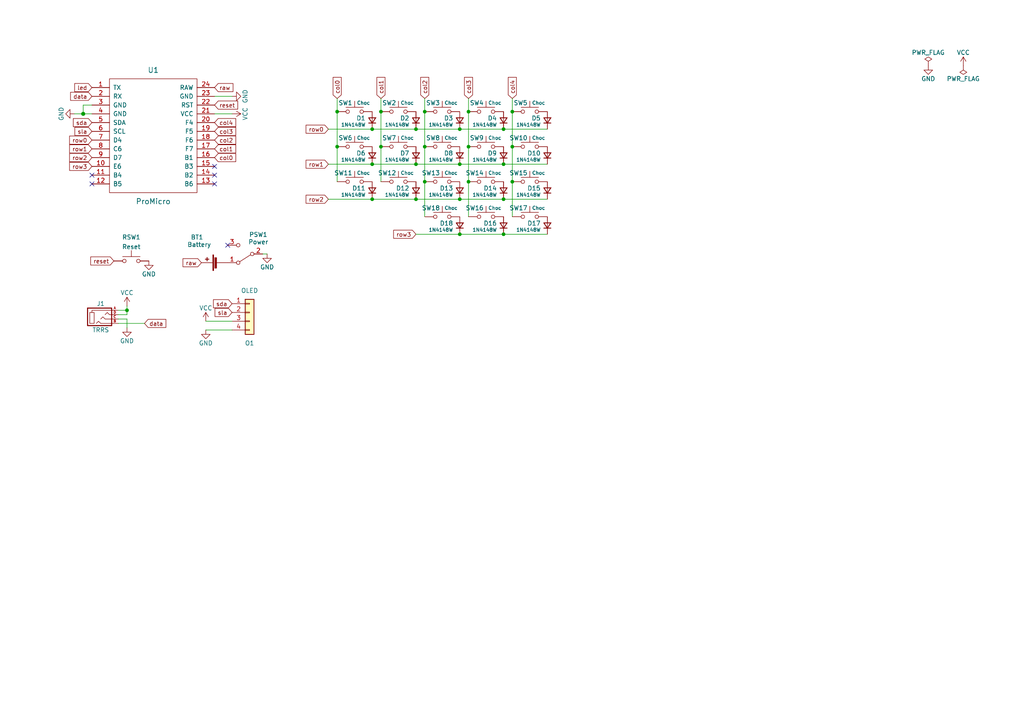
<source format=kicad_sch>
(kicad_sch (version 20230121) (generator eeschema)
  (paper "A4")
  (title_block (title "Busterswoop") (date "2022-02-03") (rev "0.7") (company "Nitinthepic"))
  (lib_symbols
    (symbol "Connector_Generic:Conn_01x04" (pin_names (offset 1.016) hide)
      (property "Reference" "J" (at 0 5.08 0))
      (property "Value" "Conn_01x04" (at 0 -7.62 0))
      (symbol "Conn_01x04_1_1"
        (rectangle (start -1.27 -4.953) (end 0 -5.207) (stroke (width 0.1524)))
        (rectangle (start -1.27 -2.413) (end 0 -2.667) (stroke (width 0.1524)))
        (rectangle (start -1.27 0.127) (end 0 -0.127) (stroke (width 0.1524)))
        (rectangle (start -1.27 2.667) (end 0 2.413) (stroke (width 0.1524)))
        (rectangle (start -1.27 3.81) (end 1.27 -6.35) (stroke (width 0.254)) (fill (type background)))
        (pin passive line (at -5.08 2.54 0) (length 3.81) (name "Pin_1") (number "1"))
        (pin passive line (at -5.08 0 0) (length 3.81) (name "Pin_2") (number "2"))
        (pin passive line (at -5.08 -2.54 0) (length 3.81) (name "Pin_3") (number "3"))
        (pin passive line (at -5.08 -5.08 0) (length 3.81) (name "Pin_4") (number "4"))
      )
    )
    (symbol "D_Small_1" (pin_numbers hide) (pin_names (offset 0.254) hide)
      (property "Reference" "D" (at -1.27 2.032 0))
      (property "Value" "D_Small" (at -3.81 -2.032 0))
      (symbol "D_Small_1_0_1"
        (polyline (pts (xy -0.762 -1.016) (xy -0.762 1.016)) (stroke (width 0.254)))
        (polyline (pts (xy -0.762 0) (xy 0.762 0)))
        (polyline (pts (xy 0.762 -1.016) (xy -0.762 0) (xy 0.762 1.016) (xy 0.762 -1.016)) (stroke (width 0.254)))
      )
      (symbol "D_Small_1_1_1"
        (pin passive line (at -2.54 0 0) (length 1.778) (name "K") (number "1"))
        (pin passive line (at 2.54 0 180) (length 1.778) (name "A") (number "2"))
      )
    )
    (symbol "D_Small_10" (pin_numbers hide) (pin_names (offset 0.254) hide)
      (property "Reference" "D" (at -1.27 2.032 0))
      (property "Value" "D_Small" (at -3.81 -2.032 0))
      (symbol "D_Small_10_0_1"
        (polyline (pts (xy -0.762 -1.016) (xy -0.762 1.016)) (stroke (width 0.254)))
        (polyline (pts (xy -0.762 0) (xy 0.762 0)))
        (polyline (pts (xy 0.762 -1.016) (xy -0.762 0) (xy 0.762 1.016) (xy 0.762 -1.016)) (stroke (width 0.254)))
      )
      (symbol "D_Small_10_1_1"
        (pin passive line (at -2.54 0 0) (length 1.778) (name "K") (number "1"))
        (pin passive line (at 2.54 0 180) (length 1.778) (name "A") (number "2"))
      )
    )
    (symbol "D_Small_11" (pin_numbers hide) (pin_names (offset 0.254) hide)
      (property "Reference" "D" (at -1.27 2.032 0))
      (property "Value" "D_Small" (at -3.81 -2.032 0))
      (symbol "D_Small_11_0_1"
        (polyline (pts (xy -0.762 -1.016) (xy -0.762 1.016)) (stroke (width 0.254)))
        (polyline (pts (xy -0.762 0) (xy 0.762 0)))
        (polyline (pts (xy 0.762 -1.016) (xy -0.762 0) (xy 0.762 1.016) (xy 0.762 -1.016)) (stroke (width 0.254)))
      )
      (symbol "D_Small_11_1_1"
        (pin passive line (at -2.54 0 0) (length 1.778) (name "K") (number "1"))
        (pin passive line (at 2.54 0 180) (length 1.778) (name "A") (number "2"))
      )
    )
    (symbol "D_Small_12" (pin_numbers hide) (pin_names (offset 0.254) hide)
      (property "Reference" "D" (at -1.27 2.032 0))
      (property "Value" "D_Small" (at -3.81 -2.032 0))
      (symbol "D_Small_12_0_1"
        (polyline (pts (xy -0.762 -1.016) (xy -0.762 1.016)) (stroke (width 0.254)))
        (polyline (pts (xy -0.762 0) (xy 0.762 0)))
        (polyline (pts (xy 0.762 -1.016) (xy -0.762 0) (xy 0.762 1.016) (xy 0.762 -1.016)) (stroke (width 0.254)))
      )
      (symbol "D_Small_12_1_1"
        (pin passive line (at -2.54 0 0) (length 1.778) (name "K") (number "1"))
        (pin passive line (at 2.54 0 180) (length 1.778) (name "A") (number "2"))
      )
    )
    (symbol "D_Small_13" (pin_numbers hide) (pin_names (offset 0.254) hide)
      (property "Reference" "D" (at -1.27 2.032 0))
      (property "Value" "D_Small" (at -3.81 -2.032 0))
      (symbol "D_Small_13_0_1"
        (polyline (pts (xy -0.762 -1.016) (xy -0.762 1.016)) (stroke (width 0.254)))
        (polyline (pts (xy -0.762 0) (xy 0.762 0)))
        (polyline (pts (xy 0.762 -1.016) (xy -0.762 0) (xy 0.762 1.016) (xy 0.762 -1.016)) (stroke (width 0.254)))
      )
      (symbol "D_Small_13_1_1"
        (pin passive line (at -2.54 0 0) (length 1.778) (name "K") (number "1"))
        (pin passive line (at 2.54 0 180) (length 1.778) (name "A") (number "2"))
      )
    )
    (symbol "D_Small_14" (pin_numbers hide) (pin_names (offset 0.254) hide)
      (property "Reference" "D" (at -1.27 2.032 0))
      (property "Value" "D_Small" (at -3.81 -2.032 0))
      (symbol "D_Small_14_0_1"
        (polyline (pts (xy -0.762 -1.016) (xy -0.762 1.016)) (stroke (width 0.254)))
        (polyline (pts (xy -0.762 0) (xy 0.762 0)))
        (polyline (pts (xy 0.762 -1.016) (xy -0.762 0) (xy 0.762 1.016) (xy 0.762 -1.016)) (stroke (width 0.254)))
      )
      (symbol "D_Small_14_1_1"
        (pin passive line (at -2.54 0 0) (length 1.778) (name "K") (number "1"))
        (pin passive line (at 2.54 0 180) (length 1.778) (name "A") (number "2"))
      )
    )
    (symbol "D_Small_15" (pin_numbers hide) (pin_names (offset 0.254) hide)
      (property "Reference" "D" (at -1.27 2.032 0))
      (property "Value" "D_Small" (at -3.81 -2.032 0))
      (symbol "D_Small_15_0_1"
        (polyline (pts (xy -0.762 -1.016) (xy -0.762 1.016)) (stroke (width 0.254)))
        (polyline (pts (xy -0.762 0) (xy 0.762 0)))
        (polyline (pts (xy 0.762 -1.016) (xy -0.762 0) (xy 0.762 1.016) (xy 0.762 -1.016)) (stroke (width 0.254)))
      )
      (symbol "D_Small_15_1_1"
        (pin passive line (at -2.54 0 0) (length 1.778) (name "K") (number "1"))
        (pin passive line (at 2.54 0 180) (length 1.778) (name "A") (number "2"))
      )
    )
    (symbol "D_Small_16" (pin_numbers hide) (pin_names (offset 0.254) hide)
      (property "Reference" "D" (at -1.27 2.032 0))
      (property "Value" "D_Small" (at -3.81 -2.032 0))
      (symbol "D_Small_16_0_1"
        (polyline (pts (xy -0.762 -1.016) (xy -0.762 1.016)) (stroke (width 0.254)))
        (polyline (pts (xy -0.762 0) (xy 0.762 0)))
        (polyline (pts (xy 0.762 -1.016) (xy -0.762 0) (xy 0.762 1.016) (xy 0.762 -1.016)) (stroke (width 0.254)))
      )
      (symbol "D_Small_16_1_1"
        (pin passive line (at -2.54 0 0) (length 1.778) (name "K") (number "1"))
        (pin passive line (at 2.54 0 180) (length 1.778) (name "A") (number "2"))
      )
    )
    (symbol "D_Small_17" (pin_numbers hide) (pin_names (offset 0.254) hide)
      (property "Reference" "D" (at -1.27 2.032 0))
      (property "Value" "D_Small" (at -3.81 -2.032 0))
      (symbol "D_Small_17_0_1"
        (polyline (pts (xy -0.762 -1.016) (xy -0.762 1.016)) (stroke (width 0.254)))
        (polyline (pts (xy -0.762 0) (xy 0.762 0)))
        (polyline (pts (xy 0.762 -1.016) (xy -0.762 0) (xy 0.762 1.016) (xy 0.762 -1.016)) (stroke (width 0.254)))
      )
      (symbol "D_Small_17_1_1"
        (pin passive line (at -2.54 0 0) (length 1.778) (name "K") (number "1"))
        (pin passive line (at 2.54 0 180) (length 1.778) (name "A") (number "2"))
      )
    )
    (symbol "D_Small_2" (pin_numbers hide) (pin_names (offset 0.254) hide)
      (property "Reference" "D" (at -1.27 2.032 0))
      (property "Value" "D_Small" (at -3.81 -2.032 0))
      (symbol "D_Small_2_0_1"
        (polyline (pts (xy -0.762 -1.016) (xy -0.762 1.016)) (stroke (width 0.254)))
        (polyline (pts (xy -0.762 0) (xy 0.762 0)))
        (polyline (pts (xy 0.762 -1.016) (xy -0.762 0) (xy 0.762 1.016) (xy 0.762 -1.016)) (stroke (width 0.254)))
      )
      (symbol "D_Small_2_1_1"
        (pin passive line (at -2.54 0 0) (length 1.778) (name "K") (number "1"))
        (pin passive line (at 2.54 0 180) (length 1.778) (name "A") (number "2"))
      )
    )
    (symbol "D_Small_3" (pin_numbers hide) (pin_names (offset 0.254) hide)
      (property "Reference" "D" (at -1.27 2.032 0))
      (property "Value" "D_Small" (at -3.81 -2.032 0))
      (symbol "D_Small_3_0_1"
        (polyline (pts (xy -0.762 -1.016) (xy -0.762 1.016)) (stroke (width 0.254)))
        (polyline (pts (xy -0.762 0) (xy 0.762 0)))
        (polyline (pts (xy 0.762 -1.016) (xy -0.762 0) (xy 0.762 1.016) (xy 0.762 -1.016)) (stroke (width 0.254)))
      )
      (symbol "D_Small_3_1_1"
        (pin passive line (at -2.54 0 0) (length 1.778) (name "K") (number "1"))
        (pin passive line (at 2.54 0 180) (length 1.778) (name "A") (number "2"))
      )
    )
    (symbol "D_Small_4" (pin_numbers hide) (pin_names (offset 0.254) hide)
      (property "Reference" "D" (at -1.27 2.032 0))
      (property "Value" "D_Small" (at -3.81 -2.032 0))
      (symbol "D_Small_4_0_1"
        (polyline (pts (xy -0.762 -1.016) (xy -0.762 1.016)) (stroke (width 0.254)))
        (polyline (pts (xy -0.762 0) (xy 0.762 0)))
        (polyline (pts (xy 0.762 -1.016) (xy -0.762 0) (xy 0.762 1.016) (xy 0.762 -1.016)) (stroke (width 0.254)))
      )
      (symbol "D_Small_4_1_1"
        (pin passive line (at -2.54 0 0) (length 1.778) (name "K") (number "1"))
        (pin passive line (at 2.54 0 180) (length 1.778) (name "A") (number "2"))
      )
    )
    (symbol "D_Small_5" (pin_numbers hide) (pin_names (offset 0.254) hide)
      (property "Reference" "D" (at -1.27 2.032 0))
      (property "Value" "D_Small" (at -3.81 -2.032 0))
      (symbol "D_Small_5_0_1"
        (polyline (pts (xy -0.762 -1.016) (xy -0.762 1.016)) (stroke (width 0.254)))
        (polyline (pts (xy -0.762 0) (xy 0.762 0)))
        (polyline (pts (xy 0.762 -1.016) (xy -0.762 0) (xy 0.762 1.016) (xy 0.762 -1.016)) (stroke (width 0.254)))
      )
      (symbol "D_Small_5_1_1"
        (pin passive line (at -2.54 0 0) (length 1.778) (name "K") (number "1"))
        (pin passive line (at 2.54 0 180) (length 1.778) (name "A") (number "2"))
      )
    )
    (symbol "D_Small_6" (pin_numbers hide) (pin_names (offset 0.254) hide)
      (property "Reference" "D" (at -1.27 2.032 0))
      (property "Value" "D_Small" (at -3.81 -2.032 0))
      (symbol "D_Small_6_0_1"
        (polyline (pts (xy -0.762 -1.016) (xy -0.762 1.016)) (stroke (width 0.254)))
        (polyline (pts (xy -0.762 0) (xy 0.762 0)))
        (polyline (pts (xy 0.762 -1.016) (xy -0.762 0) (xy 0.762 1.016) (xy 0.762 -1.016)) (stroke (width 0.254)))
      )
      (symbol "D_Small_6_1_1"
        (pin passive line (at -2.54 0 0) (length 1.778) (name "K") (number "1"))
        (pin passive line (at 2.54 0 180) (length 1.778) (name "A") (number "2"))
      )
    )
    (symbol "D_Small_7" (pin_numbers hide) (pin_names (offset 0.254) hide)
      (property "Reference" "D" (at -1.27 2.032 0))
      (property "Value" "D_Small" (at -3.81 -2.032 0))
      (symbol "D_Small_7_0_1"
        (polyline (pts (xy -0.762 -1.016) (xy -0.762 1.016)) (stroke (width 0.254)))
        (polyline (pts (xy -0.762 0) (xy 0.762 0)))
        (polyline (pts (xy 0.762 -1.016) (xy -0.762 0) (xy 0.762 1.016) (xy 0.762 -1.016)) (stroke (width 0.254)))
      )
      (symbol "D_Small_7_1_1"
        (pin passive line (at -2.54 0 0) (length 1.778) (name "K") (number "1"))
        (pin passive line (at 2.54 0 180) (length 1.778) (name "A") (number "2"))
      )
    )
    (symbol "D_Small_8" (pin_numbers hide) (pin_names (offset 0.254) hide)
      (property "Reference" "D" (at -1.27 2.032 0))
      (property "Value" "D_Small" (at -3.81 -2.032 0))
      (symbol "D_Small_8_0_1"
        (polyline (pts (xy -0.762 -1.016) (xy -0.762 1.016)) (stroke (width 0.254)))
        (polyline (pts (xy -0.762 0) (xy 0.762 0)))
        (polyline (pts (xy 0.762 -1.016) (xy -0.762 0) (xy 0.762 1.016) (xy 0.762 -1.016)) (stroke (width 0.254)))
      )
      (symbol "D_Small_8_1_1"
        (pin passive line (at -2.54 0 0) (length 1.778) (name "K") (number "1"))
        (pin passive line (at 2.54 0 180) (length 1.778) (name "A") (number "2"))
      )
    )
    (symbol "D_Small_9" (pin_numbers hide) (pin_names (offset 0.254) hide)
      (property "Reference" "D" (at -1.27 2.032 0))
      (property "Value" "D_Small" (at -3.81 -2.032 0))
      (symbol "D_Small_9_0_1"
        (polyline (pts (xy -0.762 -1.016) (xy -0.762 1.016)) (stroke (width 0.254)))
        (polyline (pts (xy -0.762 0) (xy 0.762 0)))
        (polyline (pts (xy 0.762 -1.016) (xy -0.762 0) (xy 0.762 1.016) (xy 0.762 -1.016)) (stroke (width 0.254)))
      )
      (symbol "D_Small_9_1_1"
        (pin passive line (at -2.54 0 0) (length 1.778) (name "K") (number "1"))
        (pin passive line (at 2.54 0 180) (length 1.778) (name "A") (number "2"))
      )
    )
    (symbol "Device:Battery_Cell" (pin_numbers hide) (pin_names (offset 0) hide)
      (property "Reference" "BT" (at 2.54 2.54 0))
      (property "Value" "Battery_Cell" (at 2.54 0 0))
      (symbol "Battery_Cell_0_1"
        (rectangle (start -2.286 1.778) (end 2.286 1.524) (fill (type outline)))
        (rectangle (start -1.5748 1.1938) (end 1.4732 0.6858) (fill (type outline)))
        (polyline (pts (xy 0 0.762) (xy 0 0)))
        (polyline (pts (xy 0 1.778) (xy 0 2.54)))
        (polyline (pts (xy 0.508 3.429) (xy 1.524 3.429)) (stroke (width 0.254)))
        (polyline (pts (xy 1.016 3.937) (xy 1.016 2.921)) (stroke (width 0.254)))
      )
      (symbol "Battery_Cell_1_1"
        (pin passive line (at 0 5.08 270) (length 2.54) (name "+") (number "1"))
        (pin passive line (at 0 -2.54 90) (length 2.54) (name "-") (number "2"))
      )
    )
    (symbol "Device:D_Small" (pin_numbers hide) (pin_names (offset 0.254) hide)
      (property "Reference" "D" (at -1.27 2.032 0))
      (property "Value" "D_Small" (at -3.81 -2.032 0))
      (symbol "D_Small_0_1"
        (polyline (pts (xy -0.762 -1.016) (xy -0.762 1.016)) (stroke (width 0.254)))
        (polyline (pts (xy -0.762 0) (xy 0.762 0)))
        (polyline (pts (xy 0.762 -1.016) (xy -0.762 0) (xy 0.762 1.016) (xy 0.762 -1.016)) (stroke (width 0.254)))
      )
      (symbol "D_Small_1_1"
        (pin passive line (at -2.54 0 0) (length 1.778) (name "K") (number "1"))
        (pin passive line (at 2.54 0 180) (length 1.778) (name "A") (number "2"))
      )
    )
    (symbol "Switch:SW_Push" (pin_numbers hide) (pin_names (offset 1.016) hide)
      (property "Reference" "SW" (at 1.27 2.54 0))
      (property "Value" "SW_Push" (at 0 -1.524 0))
      (symbol "SW_Push_0_1"
        (circle (center -2.032 0) (radius 0.508))
        (polyline (pts (xy 0 1.27) (xy 0 3.048)))
        (polyline (pts (xy 2.54 1.27) (xy -2.54 1.27)))
        (circle (center 2.032 0) (radius 0.508))
        (pin passive line (at -5.08 0 0) (length 2.54) (name "1") (number "1"))
        (pin passive line (at 5.08 0 180) (length 2.54) (name "2") (number "2"))
      )
    )
    (symbol "Switch:SW_SPDT" (pin_names (offset 0) hide)
      (property "Reference" "SW" (at 0 4.318 0))
      (property "Value" "SW_SPDT" (at 0 -5.08 0))
      (symbol "SW_SPDT_0_0"
        (circle (center -2.032 0) (radius 0.508))
        (circle (center 2.032 -2.54) (radius 0.508))
      )
      (symbol "SW_SPDT_0_1"
        (polyline (pts (xy -1.524 0.254) (xy 1.651 2.286)))
        (circle (center 2.032 2.54) (radius 0.508))
      )
      (symbol "SW_SPDT_1_1"
        (pin passive line (at 5.08 2.54 180) (length 2.54) (name "A") (number "1"))
        (pin passive line (at -5.08 0 0) (length 2.54) (name "B") (number "2"))
        (pin passive line (at 5.08 -2.54 180) (length 2.54) (name "C") (number "3"))
      )
    )
    (symbol "power:GND" (power) (pin_names (offset 0))
      (property "Value" "GND" (at 0 -3.81 0))
      (symbol "GND_0_1"
        (polyline (pts (xy 0 0) (xy 0 -1.27) (xy 1.27 -1.27) (xy 0 -2.54) (xy -1.27 -1.27) (xy 0 -1.27)))
      )
      (symbol "GND_1_1"
        (pin power_in line (at 0 0 270) (length 0) hide (name "GND") (number "1"))
      )
    )
    (symbol "power:PWR_FLAG" (power) (pin_numbers hide) (pin_names (offset 0) hide)
      (property "Value" "PWR_FLAG" (at 0 3.81 0))
      (symbol "PWR_FLAG_0_0"
        (pin power_out line (at 0 0 90) (length 0) (name "pwr") (number "1"))
      )
      (symbol "PWR_FLAG_0_1"
        (polyline (pts (xy 0 0) (xy 0 1.27) (xy -1.016 1.905) (xy 0 2.54) (xy 1.016 1.905) (xy 0 1.27)))
      )
    )
    (symbol "power:VCC" (power) (pin_names (offset 0))
      (property "Value" "VCC" (at 0 3.81 0))
      (symbol "VCC_0_1"
        (polyline (pts (xy -0.762 1.27) (xy 0 2.54)))
        (polyline (pts (xy 0 0) (xy 0 2.54)))
        (polyline (pts (xy 0 2.54) (xy 0.762 1.27)))
      )
      (symbol "VCC_1_1"
        (pin power_in line (at 0 0 90) (length 0) hide (name "VCC") (number "1"))
      )
    )
    (symbol "swoop:MJ-4PP-9-kbd-corne-light-rescue" (pin_names (offset 1.016))
      (property "Reference" "J" (at 0 3.81 0))
      (property "Value" "MJ-4PP-9-kbd-corne-light-rescue" (at 0 -3.81 0))
      (symbol "MJ-4PP-9-kbd-corne-light-rescue_0_1"
        (rectangle (start -1.905 -1.905) (end -3.175 1.27))
        (polyline (pts (xy -2.54 1.27) (xy -2.54 1.905) (xy 3.175 1.905)))
        (polyline (pts (xy -1.27 -1.905) (xy -0.635 -1.27) (xy 0 -1.905) (xy 3.175 -1.905)))
        (polyline (pts (xy 0 -0.635) (xy 0.635 0) (xy 1.27 -0.635) (xy 3.175 -0.635)))
        (polyline (pts (xy 1.27 0.635) (xy 1.905 1.27) (xy 2.54 0.635) (xy 3.175 0.635)))
        (rectangle (start 3.175 2.54) (end -3.81 -2.54) (stroke (width 0.3048)))
      )
      (symbol "MJ-4PP-9-kbd-corne-light-rescue_1_1"
        (pin input line (at 5.08 1.905 180) (length 2.0066) (name "~") (number "A"))
        (pin input line (at 5.08 -1.905 180) (length 2.0066) (name "~") (number "B"))
        (pin input line (at 5.08 -0.635 180) (length 2.0066) (name "~") (number "C"))
        (pin input line (at 5.08 0.635 180) (length 2.0066) (name "~") (number "D"))
      )
    )
    (symbol "swoop:ProMicro-kbd-corne-light-rescue" (pin_names (offset 1.016))
      (property "Reference" "U" (at 0 24.13 0))
      (property "Value" "ProMicro-kbd-corne-light-rescue" (at 0 -13.97 0))
      (symbol "ProMicro-kbd-corne-light-rescue_0_1"
        (rectangle (start -12.7 21.59) (end 12.7 -11.43))
      )
      (symbol "ProMicro-kbd-corne-light-rescue_1_1"
        (pin bidirectional line (at -17.78 19.05 0) (length 5.08) (name "TX") (number "1"))
        (pin bidirectional line (at -17.78 -3.81 0) (length 5.08) (name "E6") (number "10"))
        (pin bidirectional line (at -17.78 -6.35 0) (length 5.08) (name "B4") (number "11"))
        (pin bidirectional line (at -17.78 -8.89 0) (length 5.08) (name "B5") (number "12"))
        (pin bidirectional line (at 17.78 -8.89 180) (length 5.08) (name "B6") (number "13"))
        (pin bidirectional line (at 17.78 -6.35 180) (length 5.08) (name "B2") (number "14"))
        (pin bidirectional line (at 17.78 -3.81 180) (length 5.08) (name "B3") (number "15"))
        (pin bidirectional line (at 17.78 -1.27 180) (length 5.08) (name "B1") (number "16"))
        (pin bidirectional line (at 17.78 1.27 180) (length 5.08) (name "F7") (number "17"))
        (pin bidirectional line (at 17.78 3.81 180) (length 5.08) (name "F6") (number "18"))
        (pin bidirectional line (at 17.78 6.35 180) (length 5.08) (name "F5") (number "19"))
        (pin bidirectional line (at -17.78 16.51 0) (length 5.08) (name "RX") (number "2"))
        (pin bidirectional line (at 17.78 8.89 180) (length 5.08) (name "F4") (number "20"))
        (pin power_in line (at 17.78 11.43 180) (length 5.08) (name "VCC") (number "21"))
        (pin input line (at 17.78 13.97 180) (length 5.08) (name "RST") (number "22"))
        (pin power_in line (at 17.78 16.51 180) (length 5.08) (name "GND") (number "23"))
        (pin power_out line (at 17.78 19.05 180) (length 5.08) (name "RAW") (number "24"))
        (pin power_in line (at -17.78 13.97 0) (length 5.08) (name "GND") (number "3"))
        (pin power_in line (at -17.78 11.43 0) (length 5.08) (name "GND") (number "4"))
        (pin bidirectional line (at -17.78 8.89 0) (length 5.08) (name "SDA") (number "5"))
        (pin bidirectional line (at -17.78 6.35 0) (length 5.08) (name "SCL") (number "6"))
        (pin bidirectional line (at -17.78 3.81 0) (length 5.08) (name "D4") (number "7"))
        (pin bidirectional line (at -17.78 1.27 0) (length 5.08) (name "C6") (number "8"))
        (pin bidirectional line (at -17.78 -1.27 0) (length 5.08) (name "D7") (number "9"))
      )
    )
  )
  (junction (at 135.89 32.385))
  (junction (at 148.59 32.385))
  (junction (at 133.35 47.625))
  (junction (at 123.19 42.545))
  (junction (at 120.65 57.785))
  (junction (at 135.89 52.705))
  (junction (at 107.95 47.625))
  (junction (at 110.49 32.385))
  (junction (at 24.13 33.02) (diameter 1.016))
  (junction (at 148.59 42.545))
  (junction (at 36.83 89.9945))
  (junction (at 135.89 42.545))
  (junction (at 123.19 52.705))
  (junction (at 110.49 42.545))
  (junction (at 148.59 52.705))
  (junction (at 146.05 67.945))
  (junction (at 146.05 57.785))
  (junction (at 107.95 37.465))
  (junction (at 97.79 32.385))
  (junction (at 146.05 47.625))
  (junction (at 146.05 37.465))
  (junction (at 107.95 57.785))
  (junction (at 123.19 32.385))
  (junction (at 120.65 37.465))
  (junction (at 97.79 42.545))
  (junction (at 120.65 47.625))
  (junction (at 133.35 57.785))
  (junction (at 133.3547 67.945))
  (junction (at 133.35 37.465))
  (no_connect (at 66.04 71.12))
  (no_connect (at 26.67 50.8))
  (no_connect (at 62.23 53.34))
  (no_connect (at 26.67 53.34))
  (no_connect (at 62.23 48.26))
  (no_connect (at 62.23 50.8))
  (wire (pts (xy 34.29 91.2645) (xy 36.83 91.2645)))
  (wire (pts (xy 123.19 32.385) (xy 123.19 42.545)))
  (wire (pts (xy 123.19 28.575) (xy 123.19 32.385)))
  (wire (pts (xy 123.19 42.545) (xy 123.19 52.705)))
  (wire (pts (xy 110.49 32.385) (xy 110.49 42.545)))
  (wire (pts (xy 110.49 28.575) (xy 110.49 32.385)))
  (wire (pts (xy 110.49 42.545) (xy 110.49 52.705)))
  (wire (pts (xy 62.23 27.94) (xy 67.31 27.94)))
  (wire (pts (xy 146.05 67.945) (xy 158.75 67.945)))
  (wire (pts (xy 36.83 92.5345) (xy 36.83 95.0745)))
  (wire (pts (xy 62.23 33.02) (xy 67.31 33.02)))
  (wire (pts (xy 133.3547 67.945) (xy 146.05 67.945)))
  (wire (pts (xy 24.13 33.02) (xy 26.67 33.02)))
  (wire (pts (xy 135.89 32.385) (xy 135.89 42.545)))
  (wire (pts (xy 135.89 28.575) (xy 135.89 32.385)))
  (wire (pts (xy 135.89 42.545) (xy 135.89 52.705)))
  (wire (pts (xy 135.89 52.705) (xy 135.89 62.865)))
  (wire (pts (xy 95.25 57.785) (xy 107.95 57.785)))
  (wire (pts (xy 133.35 57.785) (xy 146.05 57.785)))
  (wire (pts (xy 120.65 57.785) (xy 133.35 57.785)))
  (wire (pts (xy 107.95 57.785) (xy 120.65 57.785)))
  (wire (pts (xy 146.05 57.785) (xy 158.75 57.785)))
  (wire (pts (xy 95.25 47.625) (xy 107.95 47.625)))
  (wire (pts (xy 120.65 47.625) (xy 133.35 47.625)))
  (wire (pts (xy 133.35 47.625) (xy 146.05 47.625)))
  (wire (pts (xy 107.95 47.625) (xy 120.65 47.625)))
  (wire (pts (xy 146.05 47.625) (xy 158.75 47.625)))
  (wire (pts (xy 26.67 30.48) (xy 24.13 30.48)))
  (wire (pts (xy 95.25 37.465) (xy 107.95 37.465)))
  (wire (pts (xy 120.65 37.465) (xy 133.35 37.465)))
  (wire (pts (xy 133.35 37.465) (xy 146.05 37.465)))
  (wire (pts (xy 107.95 37.465) (xy 120.65 37.465)))
  (wire (pts (xy 146.05 37.465) (xy 158.75 37.465)))
  (wire (pts (xy 59.69 93.1695) (xy 67.31 93.1695)))
  (wire (pts (xy 24.13 30.48) (xy 24.13 33.02)))
  (wire (pts (xy 34.29 89.9945) (xy 36.83 89.9945)))
  (wire (pts (xy 34.29 93.8045) (xy 41.91 93.8045)))
  (wire (pts (xy 133.3547 67.945) (xy 133.3547 67.9473)))
  (wire (pts (xy 21.59 33.02) (xy 24.13 33.02)))
  (wire (pts (xy 97.79 32.385) (xy 97.79 42.545)))
  (wire (pts (xy 97.79 28.575) (xy 97.79 32.385)))
  (wire (pts (xy 97.79 42.545) (xy 97.79 52.705)))
  (wire (pts (xy 120.65 67.945) (xy 133.3547 67.945)))
  (wire (pts (xy 59.69 95.7095) (xy 67.31 95.7095)))
  (wire (pts (xy 34.29 92.5345) (xy 36.83 92.5345)))
  (wire (pts (xy 36.83 89.9945) (xy 36.83 88.7245)))
  (wire (pts (xy 36.83 91.2645) (xy 36.83 89.9945)))
  (wire (pts (xy 76.2 73.66) (xy 77.47 73.66)))
  (wire (pts (xy 123.19 62.8673) (xy 123.1947 62.8673)))
  (wire (pts (xy 123.19 52.705) (xy 123.19 62.8673)))
  (wire (pts (xy 148.59 28.575) (xy 148.59 32.385)))
  (wire (pts (xy 148.59 42.545) (xy 148.59 52.705)))
  (wire (pts (xy 148.59 32.385) (xy 148.59 42.545)))
  (wire (pts (xy 148.59 52.705) (xy 148.59 62.865)))
  (global_label "row2" (shape input) (at 26.67 45.72 180) (effects (font (size 1.1938 1.1938))) (property "Intersheetrefs" "${INTERSHEET_REFS}" (effects hide)))
  (global_label "raw" (shape input) (at 62.23 25.4 0) (effects (font (size 1.1938 1.1938))) (property "Intersheetrefs" "${INTERSHEET_REFS}" (effects hide)))
  (global_label "row3" (shape input) (at 26.67 48.26 180) (effects (font (size 1.1938 1.1938))) (property "Intersheetrefs" "${INTERSHEET_REFS}" (effects hide)))
  (global_label "reset" (shape input) (at 62.23 30.48 0) (effects (font (size 1.1938 1.1938))) (property "Intersheetrefs" "${INTERSHEET_REFS}" (effects hide)))
  (global_label "row3" (shape input) (at 120.65 67.945 180) (effects (font (size 1.1938 1.1938))) (property "Intersheetrefs" "${INTERSHEET_REFS}" (effects hide)))
  (global_label "sla" (shape input) (at 67.31 90.6295 180) (effects (font (size 1.1938 1.1938))) (property "Intersheetrefs" "${INTERSHEET_REFS}" (effects hide)))
  (global_label "row2" (shape input) (at 95.25 57.785 180) (effects (font (size 1.1938 1.1938))) (property "Intersheetrefs" "${INTERSHEET_REFS}" (effects hide)))
  (global_label "sla" (shape input) (at 26.67 38.1 180) (effects (font (size 1.1938 1.1938))) (property "Intersheetrefs" "${INTERSHEET_REFS}" (effects hide)))
  (global_label "sda" (shape input) (at 67.31 88.0895 180) (effects (font (size 1.1938 1.1938))) (property "Intersheetrefs" "${INTERSHEET_REFS}" (effects hide)))
  (global_label "col1" (shape input) (at 62.23 43.18 0) (effects (font (size 1.1938 1.1938))) (property "Intersheetrefs" "${INTERSHEET_REFS}" (effects hide)))
  (global_label "col1" (shape input) (at 110.49 28.575 90) (effects (font (size 1.1938 1.1938))) (property "Intersheetrefs" "${INTERSHEET_REFS}" (effects hide)))
  (global_label "raw" (shape input) (at 58.42 76.2 180) (effects (font (size 1.1938 1.1938))) (property "Intersheetrefs" "${INTERSHEET_REFS}" (effects hide)))
  (global_label "col3" (shape input) (at 62.23 38.1 0) (effects (font (size 1.1938 1.1938))) (property "Intersheetrefs" "${INTERSHEET_REFS}" (effects hide)))
  (global_label "col2" (shape input) (at 62.23 40.64 0) (effects (font (size 1.1938 1.1938))) (property "Intersheetrefs" "${INTERSHEET_REFS}" (effects hide)))
  (global_label "led" (shape input) (at 26.67 25.4 180) (effects (font (size 1.1938 1.1938))) (property "Intersheetrefs" "${INTERSHEET_REFS}" (effects hide)))
  (global_label "col2" (shape input) (at 123.19 28.575 90) (effects (font (size 1.1938 1.1938))) (property "Intersheetrefs" "${INTERSHEET_REFS}" (effects hide)))
  (global_label "data" (shape input) (at 26.67 27.94 180) (effects (font (size 1.1938 1.1938))) (property "Intersheetrefs" "${INTERSHEET_REFS}" (effects hide)))
  (global_label "col3" (shape input) (at 135.89 28.575 90) (effects (font (size 1.1938 1.1938))) (property "Intersheetrefs" "${INTERSHEET_REFS}" (effects hide)))
  (global_label "row1" (shape input) (at 26.67 43.18 180) (effects (font (size 1.1938 1.1938))) (property "Intersheetrefs" "${INTERSHEET_REFS}" (effects hide)))
  (global_label "sda" (shape input) (at 26.67 35.56 180) (effects (font (size 1.1938 1.1938))) (property "Intersheetrefs" "${INTERSHEET_REFS}" (effects hide)))
  (global_label "col4" (shape input) (at 148.59 28.575 90) (effects (font (size 1.1938 1.1938))) (property "Intersheetrefs" "${INTERSHEET_REFS}" (effects hide)))
  (global_label "col0" (shape input) (at 97.79 28.575 90) (effects (font (size 1.1938 1.1938))) (property "Intersheetrefs" "${INTERSHEET_REFS}" (effects hide)))
  (global_label "reset" (shape input) (at 33.02 75.6919 180) (effects (font (size 1.1938 1.1938))) (property "Intersheetrefs" "${INTERSHEET_REFS}" (effects hide)))
  (global_label "row0" (shape input) (at 95.25 37.465 180) (effects (font (size 1.1938 1.1938))) (property "Intersheetrefs" "${INTERSHEET_REFS}" (effects hide)))
  (global_label "data" (shape input) (at 41.91 93.8045 0) (effects (font (size 1.1938 1.1938))) (property "Intersheetrefs" "${INTERSHEET_REFS}" (effects hide)))
  (global_label "col0" (shape input) (at 62.23 45.72 0) (effects (font (size 1.1938 1.1938))) (property "Intersheetrefs" "${INTERSHEET_REFS}" (effects hide)))
  (global_label "col4" (shape input) (at 62.23 35.56 0) (effects (font (size 1.1938 1.1938))) (property "Intersheetrefs" "${INTERSHEET_REFS}" (effects hide)))
  (global_label "row0" (shape input) (at 26.67 40.64 180) (effects (font (size 1.1938 1.1938))) (property "Intersheetrefs" "${INTERSHEET_REFS}" (effects hide)))
  (global_label "row1" (shape input) (at 95.25 47.625 180) (effects (font (size 1.1938 1.1938))) (property "Intersheetrefs" "${INTERSHEET_REFS}" (effects hide)))
  (symbol (lib_id "swoop:ProMicro-kbd-corne-light-rescue") (at 44.45 44.45 0) (unit 1)
    (property "Reference" "U1" (at 44.45 20.32 0) (effects (font (size 1.524 1.524))))
    (property "Value" "ProMicro" (at 44.45 58.42 0) (effects (font (size 1.524 1.524))))
    (property "Footprint" "arkenswoop:ProMicro_jumpers" (effects hide))
  )
  (symbol (lib_id "power:GND") (at 67.31 27.94 90) (unit 1)
    (property "Reference" "#PWR03" (effects hide))
    (property "Value" "GND" (at 71.12 27.94 0))
  )
  (symbol (lib_id "power:VCC") (at 67.31 33.02 270) (unit 1)
    (property "Reference" "#PWR05" (effects hide))
    (property "Value" "VCC" (at 71.12 33.02 0))
  )
  (symbol (lib_id "power:GND") (at 21.59 33.02 270) (unit 1)
    (property "Reference" "#PWR04" (effects hide))
    (property "Value" "GND" (at 17.78 33.02 0))
  )
  (symbol (lib_id "power:GND") (at 269.24 19.05 0) (unit 1)
    (property "Reference" "#PWR01" (effects hide))
    (property "Value" "GND" (at 269.24 22.86 0))
  )
  (symbol (lib_id "power:VCC") (at 279.4 19.05 0) (unit 1)
    (property "Reference" "#PWR02" (effects hide))
    (property "Value" "VCC" (at 279.4 15.24 0))
  )
  (symbol (lib_id "power:PWR_FLAG") (at 279.4 19.05 180) (unit 1)
    (property "Reference" "#FLG02" (effects hide))
    (property "Value" "PWR_FLAG" (at 279.4 22.86 0))
  )
  (symbol (lib_id "power:PWR_FLAG") (at 269.24 19.05 0) (unit 1)
    (property "Reference" "#FLG01" (effects hide))
    (property "Value" "PWR_FLAG" (at 269.24 15.24 0))
  )
  (symbol (lib_id "power:VCC") (at 36.83 88.7245 0) (unit 1)
    (property "Reference" "#PWR06" (effects hide))
    (property "Value" "VCC" (at 36.83 84.9145 0))
  )
  (symbol (lib_id "power:GND") (at 36.83 95.0745 0) (unit 1)
    (property "Reference" "#PWR08" (effects hide))
    (property "Value" "GND" (at 36.83 98.8845 0))
  )
  (symbol (lib_id "swoop:MJ-4PP-9-kbd-corne-light-rescue") (at 29.21 91.8995 0) (unit 1)
    (property "Reference" "J1" (at 29.21 88.0895 0))
    (property "Value" "TRRS" (at 29.21 95.7095 0))
    (property "Footprint" "arkenswoop:TRRS-3pin" (effects hide))
  )
  (symbol (lib_id "Device:D_Small") (at 146.05 34.925 90) (unit 1)
    (property "Reference" "D4" (at 144.145 34.29 90) (effects (justify left)))
    (property "Value" " 1N4148W" (at 144.145 36.195 90) (effects (font (size 1 1)) (justify left)))
    (property "Footprint" "arkenswoop:D3_SMD" (effects hide))
  )
  (symbol (lib_name "D_Small_17") (lib_id "Device:D_Small") (at 107.95 55.245 90) (unit 1)
    (property "Reference" "D11" (at 106.045 54.61 90) (effects (justify left)))
    (property "Value" " 1N4148W" (at 106.045 56.515 90) (effects (font (size 1 1)) (justify left)))
    (property "Footprint" "arkenswoop:D3_SMD" (effects hide))
  )
  (symbol (lib_name "D_Small_16") (lib_id "Device:D_Small") (at 120.65 34.925 90) (unit 1)
    (property "Reference" "D2" (at 118.745 34.29 90) (effects (justify left)))
    (property "Value" " 1N4148W" (at 118.745 36.195 90) (effects (font (size 1 1)) (justify left)))
    (property "Footprint" "arkenswoop:D3_SMD" (effects hide))
  )
  (symbol (lib_id "Switch:SW_Push") (at 128.27 32.385 0) (unit 1)
    (property "Reference" "SW3" (at 127.635 29.845 0) (effects (justify right)))
    (property "Value" "Choc" (at 128.905 29.845 0) (effects (font (size 1 1)) (justify left)))
    (property "Footprint" "arkenswoop:Kailh-pg1350-socket-reversible" (effects hide))
  )
  (symbol (lib_id "Switch:SW_Push") (at 38.1 75.6919 0) (unit 1)
    (property "Reference" "RSW1" (at 38.1 68.8044 0))
    (property "Value" "Reset" (at 38.1 71.5795 0))
    (property "Footprint" "Button_Switch_SMD:Panasonic_EVQPUJ_EVQPUA" (effects hide))
  )
  (symbol (lib_name "D_Small_15") (lib_id "Device:D_Small") (at 107.95 45.085 90) (unit 1)
    (property "Reference" "D6" (at 106.045 44.45 90) (effects (justify left)))
    (property "Value" " 1N4148W" (at 106.045 46.355 90) (effects (font (size 1 1)) (justify left)))
    (property "Footprint" "arkenswoop:D3_SMD" (effects hide))
  )
  (symbol (lib_name "D_Small_14") (lib_id "Device:D_Small") (at 158.75 45.085 90) (unit 1)
    (property "Reference" "D10" (at 156.845 44.45 90) (effects (justify left)))
    (property "Value" " 1N4148W" (at 156.845 46.355 90) (effects (font (size 1 1)) (justify left)))
    (property "Footprint" "arkenswoop:D3_SMD" (effects hide))
  )
  (symbol (lib_name "D_Small_13") (lib_id "Device:D_Small") (at 133.35 45.085 90) (unit 1)
    (property "Reference" "D8" (at 131.445 44.45 90) (effects (justify left)))
    (property "Value" " 1N4148W" (at 131.445 46.355 90) (effects (font (size 1 1)) (justify left)))
    (property "Footprint" "arkenswoop:D3_SMD" (effects hide))
  )
  (symbol (lib_id "power:GND") (at 77.47 73.66 0) (unit 1)
    (property "Reference" "#PWR0101" (effects hide))
    (property "Value" "GND" (at 77.47 77.47 0))
  )
  (symbol (lib_id "Switch:SW_Push") (at 115.57 32.385 0) (unit 1)
    (property "Reference" "SW2" (at 114.935 29.845 0) (effects (justify right)))
    (property "Value" "Choc" (at 116.205 29.845 0) (effects (font (size 1 1)) (justify left)))
    (property "Footprint" "arkenswoop:Kailh-pg1350-socket-reversible" (effects hide))
  )
  (symbol (lib_name "D_Small_12") (lib_id "Device:D_Small") (at 146.05 45.085 90) (unit 1)
    (property "Reference" "D9" (at 144.145 44.45 90) (effects (justify left)))
    (property "Value" " 1N4148W" (at 144.145 46.355 90) (effects (font (size 1 1)) (justify left)))
    (property "Footprint" "arkenswoop:D3_SMD" (effects hide))
  )
  (symbol (lib_id "Switch:SW_Push") (at 153.67 42.545 0) (unit 1)
    (property "Reference" "SW10" (at 153.035 40.005 0) (effects (justify right)))
    (property "Value" "Choc" (at 154.305 40.005 0) (effects (font (size 1 1)) (justify left)))
    (property "Footprint" "arkenswoop:Kailh-pg1350-socket-reversible" (effects hide))
  )
  (symbol (lib_id "Switch:SW_Push") (at 102.87 32.385 0) (unit 1)
    (property "Reference" "SW1" (at 102.235 29.845 0) (effects (justify right)))
    (property "Value" "Choc" (at 103.505 29.845 0) (effects (font (size 1 1)) (justify left)))
    (property "Footprint" "arkenswoop:Kailh-pg1350-socket-reversible" (effects hide))
  )
  (symbol (lib_id "Device:Battery_Cell") (at 63.5 76.2 90) (unit 1)
    (property "Reference" "BT1" (at 57.15 68.8044 90))
    (property "Value" "Battery" (at 57.785 70.9445 90))
    (property "Footprint" "arkenswoop:Battery_pads_reversible" (effects hide))
  )
  (symbol (lib_name "D_Small_11") (lib_id "Device:D_Small") (at 133.35 55.245 90) (unit 1)
    (property "Reference" "D13" (at 131.445 54.61 90) (effects (justify left)))
    (property "Value" " 1N4148W" (at 131.445 56.515 90) (effects (font (size 1 1)) (justify left)))
    (property "Footprint" "arkenswoop:D3_SMD" (effects hide))
  )
  (symbol (lib_name "D_Small_10") (lib_id "Device:D_Small") (at 158.75 65.405 90) (unit 1)
    (property "Reference" "D17" (at 156.845 64.77 90) (effects (justify left)))
    (property "Value" " 1N4148W" (at 156.845 66.675 90) (effects (font (size 1 1)) (justify left)))
    (property "Footprint" "arkenswoop:D3_SMD" (effects hide))
  )
  (symbol (lib_id "Switch:SW_Push") (at 140.97 32.385 0) (unit 1)
    (property "Reference" "SW4" (at 140.335 29.845 0) (effects (justify right)))
    (property "Value" "Choc" (at 141.605 29.845 0) (effects (font (size 1 1)) (justify left)))
    (property "Footprint" "arkenswoop:Kailh-pg1350-socket-reversible" (effects hide))
  )
  (symbol (lib_id "power:GND") (at 59.69 95.7095 0) (unit 1)
    (property "Reference" "#PWR0104" (effects hide))
    (property "Value" "GND" (at 59.69 99.5195 0))
  )
  (symbol (lib_name "D_Small_9") (lib_id "Device:D_Small") (at 133.3547 65.4073 90) (unit 1)
    (property "Reference" "D18" (at 131.4497 64.7723 90) (effects (justify left)))
    (property "Value" " 1N4148W" (at 131.4497 66.6773 90) (effects (font (size 1 1)) (justify left)))
    (property "Footprint" "swoop:D3_SMD" (effects hide))
  )
  (symbol (lib_name "D_Small_8") (lib_id "Device:D_Small") (at 158.75 34.925 90) (unit 1)
    (property "Reference" "D5" (at 156.845 34.29 90) (effects (justify left)))
    (property "Value" " 1N4148W" (at 156.845 36.195 90) (effects (font (size 1 1)) (justify left)))
    (property "Footprint" "arkenswoop:D3_SMD" (effects hide))
  )
  (symbol (lib_id "Switch:SW_Push") (at 102.87 52.705 0) (unit 1)
    (property "Reference" "SW11" (at 102.235 50.165 0) (effects (justify right)))
    (property "Value" "Choc" (at 103.505 50.165 0) (effects (font (size 1 1)) (justify left)))
    (property "Footprint" "arkenswoop:Kailh-pg1350-socket-reversible" (effects hide))
  )
  (symbol (lib_id "Switch:SW_Push") (at 128.27 42.545 0) (unit 1)
    (property "Reference" "SW8" (at 127.635 40.005 0) (effects (justify right)))
    (property "Value" "Choc" (at 128.905 40.005 0) (effects (font (size 1 1)) (justify left)))
    (property "Footprint" "arkenswoop:Kailh-pg1350-socket-reversible" (effects hide))
  )
  (symbol (lib_id "Switch:SW_Push") (at 115.57 52.705 0) (unit 1)
    (property "Reference" "SW12" (at 114.935 50.165 0) (effects (justify right)))
    (property "Value" "Choc" (at 116.205 50.165 0) (effects (font (size 1 1)) (justify left)))
    (property "Footprint" "arkenswoop:Kailh-pg1350-socket-reversible" (effects hide))
  )
  (symbol (lib_id "Switch:SW_Push") (at 153.67 32.385 0) (unit 1)
    (property "Reference" "SW5" (at 153.035 29.845 0) (effects (justify right)))
    (property "Value" "Choc" (at 154.305 29.845 0) (effects (font (size 1 1)) (justify left)))
    (property "Footprint" "arkenswoop:Kailh-pg1350-socket-reversible" (effects hide))
  )
  (symbol (lib_id "Switch:SW_Push") (at 128.2747 62.8673 0) (unit 1)
    (property "Reference" "SW18" (at 127.6397 60.3273 0) (effects (justify right)))
    (property "Value" "Choc" (at 128.9097 60.3273 0) (effects (font (size 1 1)) (justify left)))
    (property "Footprint" "arkenswoop:Kailh-pg1350-socket-reversible" (effects hide))
  )
  (symbol (lib_name "D_Small_7") (lib_id "Device:D_Small") (at 107.95 34.925 90) (unit 1)
    (property "Reference" "D1" (at 106.045 34.29 90) (effects (justify left)))
    (property "Value" " 1N4148W" (at 106.045 36.195 90) (effects (font (size 1 1)) (justify left)))
    (property "Footprint" "arkenswoop:D3_SMD" (effects hide))
  )
  (symbol (lib_name "D_Small_6") (lib_id "Device:D_Small") (at 120.65 45.085 90) (unit 1)
    (property "Reference" "D7" (at 118.745 44.45 90) (effects (justify left)))
    (property "Value" " 1N4148W" (at 118.745 46.355 90) (effects (font (size 1 1)) (justify left)))
    (property "Footprint" "arkenswoop:D3_SMD" (effects hide))
  )
  (symbol (lib_id "Connector_Generic:Conn_01x04") (at 72.39 90.6295 0) (unit 1)
    (property "Reference" "O1" (at 72.39 99.5195 0))
    (property "Value" "OLED" (at 72.39 84.2795 0))
    (property "Footprint" "arkenswoop:OLED_jumpers" (effects hide))
  )
  (symbol (lib_id "Switch:SW_Push") (at 153.67 62.865 0) (unit 1)
    (property "Reference" "SW17" (at 153.035 60.325 0) (effects (justify right)))
    (property "Value" "Choc" (at 154.305 60.325 0) (effects (font (size 1 1)) (justify left)))
    (property "Footprint" "arkenswoop:Kailh-pg1350-socket-reversible" (effects hide))
  )
  (symbol (lib_id "Switch:SW_Push") (at 140.97 62.865 0) (unit 1)
    (property "Reference" "SW16" (at 140.335 60.325 0) (effects (justify right)))
    (property "Value" "Choc" (at 141.605 60.325 0) (effects (font (size 1 1)) (justify left)))
    (property "Footprint" "arkenswoop:Kailh-pg1350-socket-reversible" (effects hide))
  )
  (symbol (lib_id "Switch:SW_Push") (at 102.87 42.545 0) (unit 1)
    (property "Reference" "SW6" (at 102.235 40.005 0) (effects (justify right)))
    (property "Value" "Choc" (at 103.505 40.005 0) (effects (font (size 1 1)) (justify left)))
    (property "Footprint" "arkenswoop:Kailh-pg1350-socket-reversible" (effects hide))
  )
  (symbol (lib_id "power:GND") (at 43.18 75.6919 0) (unit 1)
    (property "Reference" "#PWR0102" (effects hide))
    (property "Value" "GND" (at 43.18 79.5019 0))
  )
  (symbol (lib_name "D_Small_5") (lib_id "Device:D_Small") (at 158.75 55.245 90) (unit 1)
    (property "Reference" "D15" (at 156.845 54.61 90) (effects (justify left)))
    (property "Value" " 1N4148W" (at 156.845 56.515 90) (effects (font (size 1 1)) (justify left)))
    (property "Footprint" "arkenswoop:D3_SMD" (effects hide))
  )
  (symbol (lib_name "D_Small_4") (lib_id "Device:D_Small") (at 120.65 55.245 90) (unit 1)
    (property "Reference" "D12" (at 118.745 54.61 90) (effects (justify left)))
    (property "Value" " 1N4148W" (at 118.745 56.515 90) (effects (font (size 1 1)) (justify left)))
    (property "Footprint" "arkenswoop:D3_SMD" (effects hide))
  )
  (symbol (lib_id "Switch:SW_Push") (at 140.97 52.705 0) (unit 1)
    (property "Reference" "SW14" (at 140.335 50.165 0) (effects (justify right)))
    (property "Value" "Choc" (at 141.605 50.165 0) (effects (font (size 1 1)) (justify left)))
    (property "Footprint" "arkenswoop:Kailh-pg1350-socket-reversible" (effects hide))
  )
  (symbol (lib_id "Switch:SW_Push") (at 153.67 52.705 0) (unit 1)
    (property "Reference" "SW15" (at 153.035 50.165 0) (effects (justify right)))
    (property "Value" "Choc" (at 154.305 50.165 0) (effects (font (size 1 1)) (justify left)))
    (property "Footprint" "arkenswoop:Kailh-pg1350-socket-reversible" (effects hide))
  )
  (symbol (lib_id "Switch:SW_Push") (at 140.97 42.545 0) (unit 1)
    (property "Reference" "SW9" (at 140.335 40.005 0) (effects (justify right)))
    (property "Value" "Choc" (at 141.605 40.005 0) (effects (font (size 1 1)) (justify left)))
    (property "Footprint" "arkenswoop:Kailh-pg1350-socket-reversible" (effects hide))
  )
  (symbol (lib_id "Switch:SW_Push") (at 115.57 42.545 0) (unit 1)
    (property "Reference" "SW7" (at 114.935 40.005 0) (effects (justify right)))
    (property "Value" "Choc" (at 116.205 40.005 0) (effects (font (size 1 1)) (justify left)))
    (property "Footprint" "arkenswoop:Kailh-pg1350-socket-reversible" (effects hide))
  )
  (symbol (lib_name "D_Small_3") (lib_id "Device:D_Small") (at 146.05 55.245 90) (unit 1)
    (property "Reference" "D14" (at 144.145 54.61 90) (effects (justify left)))
    (property "Value" " 1N4148W" (at 144.145 56.515 90) (effects (font (size 1 1)) (justify left)))
    (property "Footprint" "arkenswoop:D3_SMD" (effects hide))
  )
  (symbol (lib_id "Switch:SW_Push") (at 128.27 52.705 0) (unit 1)
    (property "Reference" "SW13" (at 127.635 50.165 0) (effects (justify right)))
    (property "Value" "Choc" (at 128.905 50.165 0) (effects (font (size 1 1)) (justify left)))
    (property "Footprint" "arkenswoop:Kailh-pg1350-socket-reversible" (effects hide))
  )
  (symbol (lib_name "D_Small_2") (lib_id "Device:D_Small") (at 146.05 65.405 90) (unit 1)
    (property "Reference" "D16" (at 144.145 64.77 90) (effects (justify left)))
    (property "Value" " 1N4148W" (at 144.145 66.675 90) (effects (font (size 1 1)) (justify left)))
    (property "Footprint" "arkenswoop:D3_SMD" (effects hide))
  )
  (symbol (lib_id "Switch:SW_SPDT") (at 71.12 73.66 180) (unit 1)
    (property "Reference" "PSW1" (at 74.93 68.0424 0))
    (property "Value" "Power" (at 74.93 70.1825 0))
    (property "Footprint" "arkenswoop:Power" (effects hide))
  )
  (symbol (lib_id "power:VCC") (at 59.69 93.1695 0) (unit 1)
    (property "Reference" "#PWR0105" (effects hide))
    (property "Value" "VCC" (at 59.69 89.3595 0))
  )
  (symbol (lib_name "D_Small_1") (lib_id "Device:D_Small") (at 133.35 34.925 90) (unit 1)
    (property "Reference" "D3" (at 131.445 34.29 90) (effects (justify left)))
    (property "Value" " 1N4148W" (at 131.445 36.195 90) (effects (font (size 1 1)) (justify left)))
    (property "Footprint" "arkenswoop:D3_SMD" (effects hide))
  )
)
</source>
